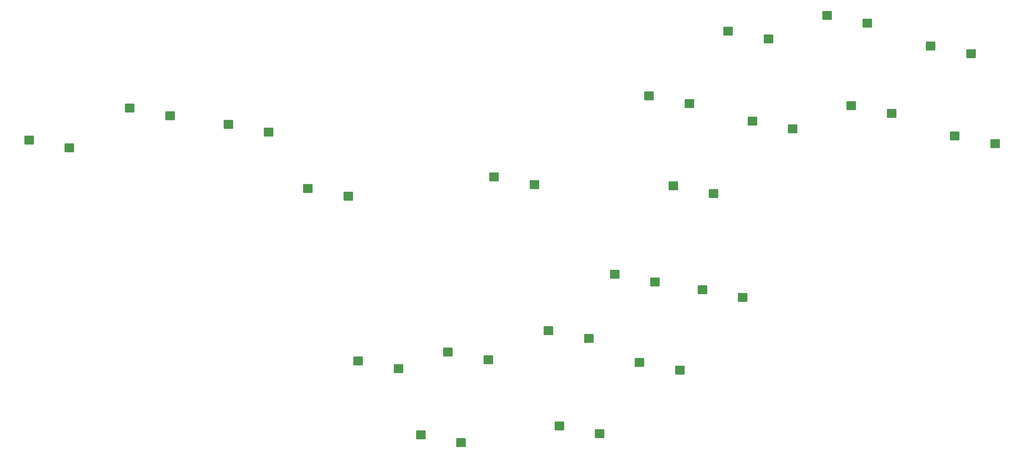
<source format=gbp>
G04 #@! TF.GenerationSoftware,KiCad,Pcbnew,(7.0.0)*
G04 #@! TF.CreationDate,2023-07-02T10:59:24-07:00*
G04 #@! TF.ProjectId,OpenOblongChocs,4f70656e-4f62-46c6-9f6e-6743686f6373,rev?*
G04 #@! TF.SameCoordinates,Original*
G04 #@! TF.FileFunction,Paste,Bot*
G04 #@! TF.FilePolarity,Positive*
%FSLAX46Y46*%
G04 Gerber Fmt 4.6, Leading zero omitted, Abs format (unit mm)*
G04 Created by KiCad (PCBNEW (7.0.0)) date 2023-07-02 10:59:24*
%MOMM*%
%LPD*%
G01*
G04 APERTURE LIST*
G04 Aperture macros list*
%AMRoundRect*
0 Rectangle with rounded corners*
0 $1 Rounding radius*
0 $2 $3 $4 $5 $6 $7 $8 $9 X,Y pos of 4 corners*
0 Add a 4 corners polygon primitive as box body*
4,1,4,$2,$3,$4,$5,$6,$7,$8,$9,$2,$3,0*
0 Add four circle primitives for the rounded corners*
1,1,$1+$1,$2,$3*
1,1,$1+$1,$4,$5*
1,1,$1+$1,$6,$7*
1,1,$1+$1,$8,$9*
0 Add four rect primitives between the rounded corners*
20,1,$1+$1,$2,$3,$4,$5,0*
20,1,$1+$1,$4,$5,$6,$7,0*
20,1,$1+$1,$6,$7,$8,$9,0*
20,1,$1+$1,$8,$9,$2,$3,0*%
G04 Aperture macros list end*
%ADD10RoundRect,0.260000X-1.065000X-1.040000X1.065000X-1.040000X1.065000X1.040000X-1.065000X1.040000X0*%
G04 APERTURE END LIST*
D10*
X74440977Y-67122122D03*
X62950977Y-64922122D03*
X250932232Y-54475127D03*
X239442232Y-52275127D03*
X257827967Y-80143373D03*
X246337967Y-77943373D03*
X206823500Y-77576866D03*
X195333500Y-75376866D03*
X222321182Y-121463438D03*
X210831182Y-119263438D03*
X103079109Y-57917579D03*
X91589109Y-55717579D03*
X266120123Y-109727547D03*
X254630123Y-107527547D03*
X153796535Y-80863063D03*
X142306535Y-78663063D03*
X273441859Y-36024517D03*
X261951859Y-33824517D03*
X131174442Y-62623538D03*
X119684442Y-60423538D03*
X225392454Y-148585835D03*
X213902454Y-146385835D03*
X185956303Y-151157386D03*
X174466303Y-148957386D03*
X168122695Y-130053616D03*
X156632695Y-127853616D03*
X308496667Y-57228545D03*
X297006667Y-55028545D03*
X331080568Y-40261907D03*
X319590568Y-38061907D03*
X248224837Y-130481357D03*
X236734837Y-128281357D03*
X280337853Y-61693729D03*
X268847853Y-59493729D03*
X337976562Y-65931119D03*
X326486562Y-63731119D03*
X301600673Y-31559333D03*
X290110673Y-29359333D03*
X193723651Y-127514304D03*
X182233651Y-125314304D03*
X241153565Y-105358960D03*
X229663565Y-103158960D03*
M02*

</source>
